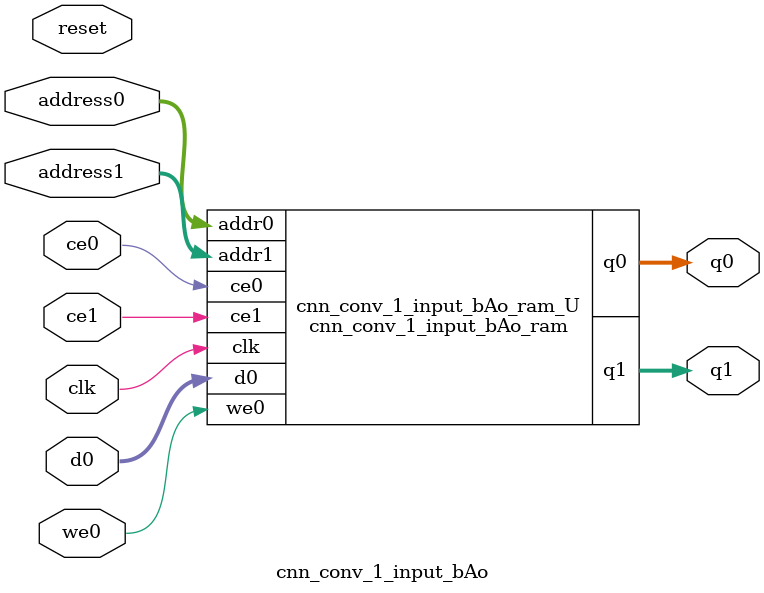
<source format=v>
`timescale 1 ns / 1 ps
module cnn_conv_1_input_bAo_ram (addr0, ce0, d0, we0, q0, addr1, ce1, q1,  clk);

parameter DWIDTH = 14;
parameter AWIDTH = 7;
parameter MEM_SIZE = 81;

input[AWIDTH-1:0] addr0;
input ce0;
input[DWIDTH-1:0] d0;
input we0;
output reg[DWIDTH-1:0] q0;
input[AWIDTH-1:0] addr1;
input ce1;
output reg[DWIDTH-1:0] q1;
input clk;

(* ram_style = "block" *)reg [DWIDTH-1:0] ram[0:MEM_SIZE-1];




always @(posedge clk)  
begin 
    if (ce0) 
    begin
        if (we0) 
        begin 
            ram[addr0] <= d0; 
        end 
        q0 <= ram[addr0];
    end
end


always @(posedge clk)  
begin 
    if (ce1) 
    begin
        q1 <= ram[addr1];
    end
end


endmodule

`timescale 1 ns / 1 ps
module cnn_conv_1_input_bAo(
    reset,
    clk,
    address0,
    ce0,
    we0,
    d0,
    q0,
    address1,
    ce1,
    q1);

parameter DataWidth = 32'd14;
parameter AddressRange = 32'd81;
parameter AddressWidth = 32'd7;
input reset;
input clk;
input[AddressWidth - 1:0] address0;
input ce0;
input we0;
input[DataWidth - 1:0] d0;
output[DataWidth - 1:0] q0;
input[AddressWidth - 1:0] address1;
input ce1;
output[DataWidth - 1:0] q1;



cnn_conv_1_input_bAo_ram cnn_conv_1_input_bAo_ram_U(
    .clk( clk ),
    .addr0( address0 ),
    .ce0( ce0 ),
    .we0( we0 ),
    .d0( d0 ),
    .q0( q0 ),
    .addr1( address1 ),
    .ce1( ce1 ),
    .q1( q1 ));

endmodule


</source>
